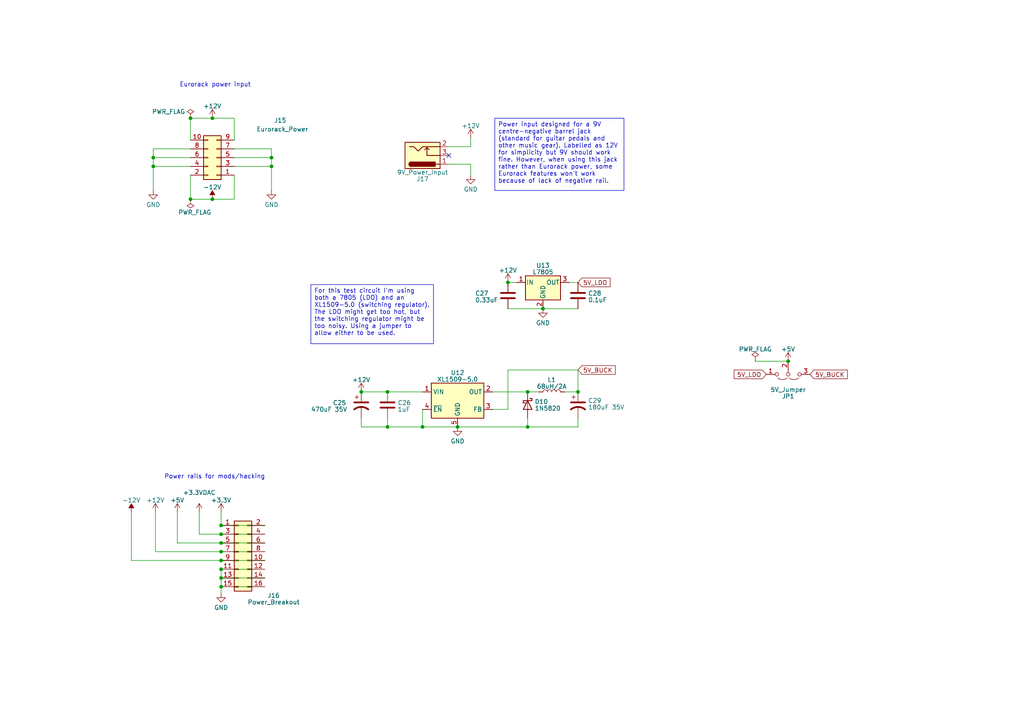
<source format=kicad_sch>
(kicad_sch (version 20230121) (generator eeschema)
  (paper "A4")
  (lib_symbols
    (symbol "Connector:Barrel_Jack_Switch" (pin_names hide)
      (property "Reference" "J" (at 0 5.334 0))
      (property "Value" "Barrel_Jack_Switch" (at 0 -5.08 0))
      (symbol "Barrel_Jack_Switch_0_1"
        (rectangle (start -5.08 3.81) (end 5.08 -3.81) (stroke (width 0.254)) (fill (type background)))
        (arc (start -3.302 3.175) (mid -3.9343 2.54) (end -3.302 1.905) (stroke (width 0.254)))
        (arc (start -3.302 3.175) (mid -3.9343 2.54) (end -3.302 1.905) (stroke (width 0.254)) (fill (type outline)))
        (polyline (pts (xy 1.27 -2.286) (xy 1.905 -1.651)) (stroke (width 0.254)))
        (polyline (pts (xy 5.08 2.54) (xy 3.81 2.54)) (stroke (width 0.254)))
        (polyline (pts (xy 5.08 0) (xy 1.27 0) (xy 1.27 -2.286) (xy 0.635 -1.651)) (stroke (width 0.254)))
        (polyline (pts (xy -3.81 -2.54) (xy -2.54 -2.54) (xy -1.27 -1.27) (xy 0 -2.54) (xy 2.54 -2.54) (xy 5.08 -2.54)) (stroke (width 0.254)))
        (rectangle (start 3.683 3.175) (end -3.302 1.905) (stroke (width 0.254)) (fill (type outline)))
      )
      (symbol "Barrel_Jack_Switch_1_1"
        (pin passive line (at 7.62 2.54 180) (length 2.54) (name "~") (number "1"))
        (pin passive line (at 7.62 -2.54 180) (length 2.54) (name "~") (number "2"))
        (pin passive line (at 7.62 0 180) (length 2.54) (name "~") (number "3"))
      )
    )
    (symbol "Connector_Generic:Conn_02x05_Odd_Even" (pin_names (offset 1.016) hide)
      (property "Reference" "J" (at 1.27 7.62 0))
      (property "Value" "Conn_02x05_Odd_Even" (at 1.27 -7.62 0))
      (symbol "Conn_02x05_Odd_Even_1_1"
        (rectangle (start -1.27 -4.953) (end 0 -5.207) (stroke (width 0.1524)))
        (rectangle (start -1.27 -2.413) (end 0 -2.667) (stroke (width 0.1524)))
        (rectangle (start -1.27 0.127) (end 0 -0.127) (stroke (width 0.1524)))
        (rectangle (start -1.27 2.667) (end 0 2.413) (stroke (width 0.1524)))
        (rectangle (start -1.27 5.207) (end 0 4.953) (stroke (width 0.1524)))
        (rectangle (start -1.27 6.35) (end 3.81 -6.35) (stroke (width 0.254)) (fill (type background)))
        (rectangle (start 3.81 -4.953) (end 2.54 -5.207) (stroke (width 0.1524)))
        (rectangle (start 3.81 -2.413) (end 2.54 -2.667) (stroke (width 0.1524)))
        (rectangle (start 3.81 0.127) (end 2.54 -0.127) (stroke (width 0.1524)))
        (rectangle (start 3.81 2.667) (end 2.54 2.413) (stroke (width 0.1524)))
        (rectangle (start 3.81 5.207) (end 2.54 4.953) (stroke (width 0.1524)))
        (pin passive line (at -5.08 5.08 0) (length 3.81) (name "Pin_1") (number "1"))
        (pin passive line (at 7.62 -5.08 180) (length 3.81) (name "Pin_10") (number "10"))
        (pin passive line (at 7.62 5.08 180) (length 3.81) (name "Pin_2") (number "2"))
        (pin passive line (at -5.08 2.54 0) (length 3.81) (name "Pin_3") (number "3"))
        (pin passive line (at 7.62 2.54 180) (length 3.81) (name "Pin_4") (number "4"))
        (pin passive line (at -5.08 0 0) (length 3.81) (name "Pin_5") (number "5"))
        (pin passive line (at 7.62 0 180) (length 3.81) (name "Pin_6") (number "6"))
        (pin passive line (at -5.08 -2.54 0) (length 3.81) (name "Pin_7") (number "7"))
        (pin passive line (at 7.62 -2.54 180) (length 3.81) (name "Pin_8") (number "8"))
        (pin passive line (at -5.08 -5.08 0) (length 3.81) (name "Pin_9") (number "9"))
      )
    )
    (symbol "Connector_Generic:Conn_02x08_Odd_Even" (pin_names (offset 1.016) hide)
      (property "Reference" "J" (at 1.27 10.16 0))
      (property "Value" "Conn_02x08_Odd_Even" (at 1.27 -12.7 0))
      (symbol "Conn_02x08_Odd_Even_1_1"
        (rectangle (start -1.27 -10.033) (end 0 -10.287) (stroke (width 0.1524)))
        (rectangle (start -1.27 -7.493) (end 0 -7.747) (stroke (width 0.1524)))
        (rectangle (start -1.27 -4.953) (end 0 -5.207) (stroke (width 0.1524)))
        (rectangle (start -1.27 -2.413) (end 0 -2.667) (stroke (width 0.1524)))
        (rectangle (start -1.27 0.127) (end 0 -0.127) (stroke (width 0.1524)))
        (rectangle (start -1.27 2.667) (end 0 2.413) (stroke (width 0.1524)))
        (rectangle (start -1.27 5.207) (end 0 4.953) (stroke (width 0.1524)))
        (rectangle (start -1.27 7.747) (end 0 7.493) (stroke (width 0.1524)))
        (rectangle (start -1.27 8.89) (end 3.81 -11.43) (stroke (width 0.254)) (fill (type background)))
        (rectangle (start 3.81 -10.033) (end 2.54 -10.287) (stroke (width 0.1524)))
        (rectangle (start 3.81 -7.493) (end 2.54 -7.747) (stroke (width 0.1524)))
        (rectangle (start 3.81 -4.953) (end 2.54 -5.207) (stroke (width 0.1524)))
        (rectangle (start 3.81 -2.413) (end 2.54 -2.667) (stroke (width 0.1524)))
        (rectangle (start 3.81 0.127) (end 2.54 -0.127) (stroke (width 0.1524)))
        (rectangle (start 3.81 2.667) (end 2.54 2.413) (stroke (width 0.1524)))
        (rectangle (start 3.81 5.207) (end 2.54 4.953) (stroke (width 0.1524)))
        (rectangle (start 3.81 7.747) (end 2.54 7.493) (stroke (width 0.1524)))
        (pin passive line (at -5.08 7.62 0) (length 3.81) (name "Pin_1") (number "1"))
        (pin passive line (at 7.62 -2.54 180) (length 3.81) (name "Pin_10") (number "10"))
        (pin passive line (at -5.08 -5.08 0) (length 3.81) (name "Pin_11") (number "11"))
        (pin passive line (at 7.62 -5.08 180) (length 3.81) (name "Pin_12") (number "12"))
        (pin passive line (at -5.08 -7.62 0) (length 3.81) (name "Pin_13") (number "13"))
        (pin passive line (at 7.62 -7.62 180) (length 3.81) (name "Pin_14") (number "14"))
        (pin passive line (at -5.08 -10.16 0) (length 3.81) (name "Pin_15") (number "15"))
        (pin passive line (at 7.62 -10.16 180) (length 3.81) (name "Pin_16") (number "16"))
        (pin passive line (at 7.62 7.62 180) (length 3.81) (name "Pin_2") (number "2"))
        (pin passive line (at -5.08 5.08 0) (length 3.81) (name "Pin_3") (number "3"))
        (pin passive line (at 7.62 5.08 180) (length 3.81) (name "Pin_4") (number "4"))
        (pin passive line (at -5.08 2.54 0) (length 3.81) (name "Pin_5") (number "5"))
        (pin passive line (at 7.62 2.54 180) (length 3.81) (name "Pin_6") (number "6"))
        (pin passive line (at -5.08 0 0) (length 3.81) (name "Pin_7") (number "7"))
        (pin passive line (at 7.62 0 180) (length 3.81) (name "Pin_8") (number "8"))
        (pin passive line (at -5.08 -2.54 0) (length 3.81) (name "Pin_9") (number "9"))
      )
    )
    (symbol "Device:C" (pin_numbers hide) (pin_names (offset 0.254))
      (property "Reference" "C" (at 0.635 2.54 0))
      (property "Value" "C" (at 0.635 -2.54 0))
      (symbol "C_0_1"
        (polyline (pts (xy -2.032 -0.762) (xy 2.032 -0.762)) (stroke (width 0.508)))
        (polyline (pts (xy -2.032 0.762) (xy 2.032 0.762)) (stroke (width 0.508)))
      )
      (symbol "C_1_1"
        (pin passive line (at 0 3.81 270) (length 2.794) (name "~") (number "1"))
        (pin passive line (at 0 -3.81 90) (length 2.794) (name "~") (number "2"))
      )
    )
    (symbol "Device:C_Polarized_US" (pin_numbers hide) (pin_names (offset 0.254) hide)
      (property "Reference" "C" (at 0.635 2.54 0))
      (property "Value" "C_Polarized_US" (at 0.635 -2.54 0))
      (symbol "C_Polarized_US_0_1"
        (polyline (pts (xy -2.032 0.762) (xy 2.032 0.762)) (stroke (width 0.508)))
        (polyline (pts (xy -1.778 2.286) (xy -0.762 2.286)))
        (polyline (pts (xy -1.27 1.778) (xy -1.27 2.794)))
        (arc (start 2.032 -1.27) (mid 0 -0.5572) (end -2.032 -1.27) (stroke (width 0.508)))
      )
      (symbol "C_Polarized_US_1_1"
        (pin passive line (at 0 3.81 270) (length 2.794) (name "~") (number "1"))
        (pin passive line (at 0 -3.81 90) (length 3.302) (name "~") (number "2"))
      )
    )
    (symbol "Device:L" (pin_numbers hide) (pin_names (offset 1.016) hide)
      (property "Reference" "L" (at -1.27 0 90))
      (property "Value" "L" (at 1.905 0 90))
      (symbol "L_0_1"
        (arc (start 0 -2.54) (mid 0.6323 -1.905) (end 0 -1.27))
        (arc (start 0 -1.27) (mid 0.6323 -0.635) (end 0 0))
        (arc (start 0 0) (mid 0.6323 0.635) (end 0 1.27))
        (arc (start 0 1.27) (mid 0.6323 1.905) (end 0 2.54))
      )
      (symbol "L_1_1"
        (pin passive line (at 0 3.81 270) (length 1.27) (name "1") (number "1"))
        (pin passive line (at 0 -3.81 90) (length 1.27) (name "2") (number "2"))
      )
    )
    (symbol "Diode:1N5820" (pin_numbers hide) (pin_names (offset 1.016) hide)
      (property "Reference" "D" (at 0 2.54 0))
      (property "Value" "1N5820" (at 0 -2.54 0))
      (symbol "1N5820_0_1"
        (polyline (pts (xy 1.27 0) (xy -1.27 0)))
        (polyline (pts (xy 1.27 1.27) (xy 1.27 -1.27) (xy -1.27 0) (xy 1.27 1.27)) (stroke (width 0.254)))
        (polyline (pts (xy -1.905 0.635) (xy -1.905 1.27) (xy -1.27 1.27) (xy -1.27 -1.27) (xy -0.635 -1.27) (xy -0.635 -0.635)) (stroke (width 0.254)))
      )
      (symbol "1N5820_1_1"
        (pin passive line (at -3.81 0 0) (length 2.54) (name "K") (number "1"))
        (pin passive line (at 3.81 0 180) (length 2.54) (name "A") (number "2"))
      )
    )
    (symbol "Jumper:Jumper_3_Open" (pin_names (offset 0) hide)
      (property "Reference" "JP" (at -2.54 -2.54 0))
      (property "Value" "Jumper_3_Open" (at 0 2.794 0))
      (symbol "Jumper_3_Open_0_0"
        (circle (center -3.302 0) (radius 0.508))
        (circle (center 0 0) (radius 0.508))
        (circle (center 3.302 0) (radius 0.508))
      )
      (symbol "Jumper_3_Open_0_1"
        (arc (start -0.254 1.016) (mid -1.651 1.4992) (end -3.048 1.016))
        (polyline (pts (xy 0 -0.508) (xy 0 -1.27)))
        (arc (start 3.048 1.016) (mid 1.651 1.4992) (end 0.254 1.016))
      )
      (symbol "Jumper_3_Open_1_1"
        (pin passive line (at -6.35 0 0) (length 2.54) (name "A") (number "1"))
        (pin passive line (at 0 -3.81 90) (length 2.54) (name "C") (number "2"))
        (pin passive line (at 6.35 0 180) (length 2.54) (name "B") (number "3"))
      )
    )
    (symbol "Regulator_Linear:L7805" (pin_names (offset 0.254))
      (property "Reference" "U" (at -3.81 3.175 0))
      (property "Value" "L7805" (at 0 3.175 0))
      (symbol "L7805_0_1"
        (rectangle (start -5.08 1.905) (end 5.08 -5.08) (stroke (width 0.254)) (fill (type background)))
      )
      (symbol "L7805_1_1"
        (pin power_in line (at -7.62 0 0) (length 2.54) (name "IN") (number "1"))
        (pin power_in line (at 0 -7.62 90) (length 2.54) (name "GND") (number "2"))
        (pin power_out line (at 7.62 0 180) (length 2.54) (name "OUT") (number "3"))
      )
    )
    (symbol "Regulator_Switching:XL1509-5.0"
      (property "Reference" "U" (at -7.112 6.096 0))
      (property "Value" "XL1509-5.0" (at 5.842 6.096 0))
      (symbol "XL1509-5.0_0_1"
        (rectangle (start -7.62 5.08) (end 7.62 -5.08) (stroke (width 0.254)) (fill (type background)))
      )
      (symbol "XL1509-5.0_1_1"
        (pin power_in line (at -10.16 2.54 0) (length 2.54) (name "VIN") (number "1"))
        (pin power_out line (at 10.16 2.54 180) (length 2.54) (name "OUT") (number "2"))
        (pin input line (at 10.16 -2.54 180) (length 2.54) (name "FB") (number "3"))
        (pin input line (at -10.16 -2.54 0) (length 2.54) (name "~{EN}") (number "4"))
        (pin power_in line (at 0 -7.62 90) (length 2.54) (name "GND") (number "5"))
        (pin passive line (at 0 -7.62 90) (length 2.54) hide (name "GND") (number "6"))
        (pin passive line (at 0 -7.62 90) (length 2.54) hide (name "GND") (number "7"))
        (pin passive line (at 0 -7.62 90) (length 2.54) hide (name "GND") (number "8"))
      )
    )
    (symbol "power:+12V" (power) (pin_names (offset 0))
      (property "Value" "+12V" (at 0 3.556 0))
      (symbol "+12V_0_1"
        (polyline (pts (xy -0.762 1.27) (xy 0 2.54)))
        (polyline (pts (xy 0 0) (xy 0 2.54)))
        (polyline (pts (xy 0 2.54) (xy 0.762 1.27)))
      )
      (symbol "+12V_1_1"
        (pin power_in line (at 0 0 90) (length 0) hide (name "+12V") (number "1"))
      )
    )
    (symbol "power:+3.3V" (power) (pin_names (offset 0))
      (property "Value" "+3.3V" (at 0 3.556 0))
      (symbol "+3.3V_0_1"
        (polyline (pts (xy -0.762 1.27) (xy 0 2.54)))
        (polyline (pts (xy 0 0) (xy 0 2.54)))
        (polyline (pts (xy 0 2.54) (xy 0.762 1.27)))
      )
      (symbol "+3.3V_1_1"
        (pin power_in line (at 0 0 90) (length 0) hide (name "+3.3V") (number "1"))
      )
    )
    (symbol "power:+3.3VDAC" (power) (pin_names (offset 0))
      (property "Value" "+3.3VDAC" (at 0 2.54 0))
      (symbol "+3.3VDAC_0_0"
        (pin power_in line (at 0 0 90) (length 0) hide (name "+3.3VDAC") (number "1"))
      )
      (symbol "+3.3VDAC_0_1"
        (polyline (pts (xy -0.762 1.27) (xy 0 2.54)))
        (polyline (pts (xy 0 0) (xy 0 2.54)))
        (polyline (pts (xy 0 2.54) (xy 0.762 1.27)))
      )
    )
    (symbol "power:+5V" (power) (pin_names (offset 0))
      (property "Value" "+5V" (at 0 3.556 0))
      (symbol "+5V_0_1"
        (polyline (pts (xy -0.762 1.27) (xy 0 2.54)))
        (polyline (pts (xy 0 0) (xy 0 2.54)))
        (polyline (pts (xy 0 2.54) (xy 0.762 1.27)))
      )
      (symbol "+5V_1_1"
        (pin power_in line (at 0 0 90) (length 0) hide (name "+5V") (number "1"))
      )
    )
    (symbol "power:-12V" (power) (pin_names (offset 0))
      (property "Value" "-12V" (at 0 3.81 0))
      (symbol "-12V_0_0"
        (pin power_in line (at 0 0 90) (length 0) hide (name "-12V") (number "1"))
      )
      (symbol "-12V_0_1"
        (polyline (pts (xy 0 0) (xy 0 1.27) (xy 0.762 1.27) (xy 0 2.54) (xy -0.762 1.27) (xy 0 1.27)) (fill (type outline)))
      )
    )
    (symbol "power:GND" (power) (pin_names (offset 0))
      (property "Value" "GND" (at 0 -3.81 0))
      (symbol "GND_0_1"
        (polyline (pts (xy 0 0) (xy 0 -1.27) (xy 1.27 -1.27) (xy 0 -2.54) (xy -1.27 -1.27) (xy 0 -1.27)))
      )
      (symbol "GND_1_1"
        (pin power_in line (at 0 0 270) (length 0) hide (name "GND") (number "1"))
      )
    )
    (symbol "power:PWR_FLAG" (power) (pin_numbers hide) (pin_names (offset 0) hide)
      (property "Value" "PWR_FLAG" (at 0 3.81 0))
      (symbol "PWR_FLAG_0_0"
        (pin power_out line (at 0 0 90) (length 0) (name "pwr") (number "1"))
      )
      (symbol "PWR_FLAG_0_1"
        (polyline (pts (xy 0 0) (xy 0 1.27) (xy -1.016 1.905) (xy 0 2.54) (xy 1.016 1.905) (xy 0 1.27)))
      )
    )
  )
  (junction (at 64.135 154.94))
  (junction (at 153.035 113.665))
  (junction (at 228.6 104.775))
  (junction (at 64.135 170.18))
  (junction (at 44.45 45.72))
  (junction (at 122.555 123.825))
  (junction (at 64.135 165.1))
  (junction (at 55.245 57.785))
  (junction (at 78.74 45.72))
  (junction (at 153.035 123.825))
  (junction (at 61.595 57.785))
  (junction (at 64.135 162.56))
  (junction (at 104.775 113.665))
  (junction (at 147.32 81.915))
  (junction (at 78.74 48.26))
  (junction (at 157.48 89.535))
  (junction (at 64.135 167.64))
  (junction (at 64.135 152.4))
  (junction (at 61.595 34.29))
  (junction (at 112.395 113.665))
  (junction (at 64.135 160.02))
  (junction (at 132.715 123.825))
  (junction (at 44.45 48.26))
  (junction (at 64.135 157.48))
  (junction (at 112.395 123.825))
  (junction (at 167.64 113.665))
  (junction (at 55.245 34.29))
  (no_connect (at 130.175 45.085))
  (wire (pts (xy 165.1 81.915) (xy 167.64 81.915)))
  (wire (pts (xy 112.395 113.665) (xy 122.555 113.665)))
  (wire (pts (xy 38.1 162.56) (xy 38.1 148.59)))
  (wire (pts (xy 112.395 123.825) (xy 122.555 123.825)))
  (wire (pts (xy 64.135 154.94) (xy 57.785 154.94)))
  (wire (pts (xy 147.32 107.315) (xy 147.32 118.745)))
  (wire (pts (xy 64.135 167.64) (xy 76.835 167.64)))
  (wire (pts (xy 157.48 89.535) (xy 167.64 89.535)))
  (wire (pts (xy 76.835 157.48) (xy 64.135 157.48)))
  (wire (pts (xy 64.135 162.56) (xy 38.1 162.56)))
  (wire (pts (xy 55.245 50.8) (xy 55.245 57.785)))
  (wire (pts (xy 67.945 57.785) (xy 67.945 50.8)))
  (wire (pts (xy 153.035 113.665) (xy 156.21 113.665)))
  (wire (pts (xy 67.945 45.72) (xy 78.74 45.72)))
  (wire (pts (xy 44.45 43.18) (xy 44.45 45.72)))
  (wire (pts (xy 44.45 48.26) (xy 44.45 55.245)))
  (wire (pts (xy 167.64 113.665) (xy 167.64 107.315)))
  (wire (pts (xy 112.395 121.285) (xy 112.395 123.825)))
  (wire (pts (xy 61.595 57.785) (xy 67.945 57.785)))
  (wire (pts (xy 61.595 34.29) (xy 67.945 34.29)))
  (wire (pts (xy 64.135 165.1) (xy 76.835 165.1)))
  (wire (pts (xy 167.64 107.315) (xy 147.32 107.315)))
  (wire (pts (xy 55.245 43.18) (xy 44.45 43.18)))
  (wire (pts (xy 78.74 45.72) (xy 78.74 48.26)))
  (wire (pts (xy 130.175 42.545) (xy 136.525 42.545)))
  (wire (pts (xy 64.135 170.18) (xy 64.135 172.085)))
  (wire (pts (xy 104.775 121.285) (xy 104.775 123.825)))
  (wire (pts (xy 219.075 104.775) (xy 228.6 104.775)))
  (wire (pts (xy 64.135 165.1) (xy 64.135 167.64)))
  (wire (pts (xy 55.245 40.64) (xy 55.245 34.29)))
  (wire (pts (xy 136.525 47.625) (xy 136.525 50.8)))
  (wire (pts (xy 163.83 113.665) (xy 167.64 113.665)))
  (wire (pts (xy 136.525 42.545) (xy 136.525 40.005)))
  (wire (pts (xy 78.74 48.26) (xy 78.74 55.245)))
  (wire (pts (xy 122.555 123.825) (xy 132.715 123.825)))
  (wire (pts (xy 64.135 160.02) (xy 45.085 160.02)))
  (wire (pts (xy 57.785 154.94) (xy 57.785 148.59)))
  (wire (pts (xy 147.32 81.915) (xy 149.86 81.915)))
  (wire (pts (xy 78.74 43.18) (xy 78.74 45.72)))
  (wire (pts (xy 104.775 113.665) (xy 112.395 113.665)))
  (wire (pts (xy 64.135 152.4) (xy 64.135 148.59)))
  (wire (pts (xy 122.555 118.745) (xy 122.555 123.825)))
  (wire (pts (xy 76.835 154.94) (xy 64.135 154.94)))
  (wire (pts (xy 44.45 45.72) (xy 44.45 48.26)))
  (wire (pts (xy 153.035 123.825) (xy 167.64 123.825)))
  (wire (pts (xy 130.175 47.625) (xy 136.525 47.625)))
  (wire (pts (xy 67.945 48.26) (xy 78.74 48.26)))
  (wire (pts (xy 76.835 160.02) (xy 64.135 160.02)))
  (wire (pts (xy 55.245 45.72) (xy 44.45 45.72)))
  (wire (pts (xy 147.32 89.535) (xy 157.48 89.535)))
  (wire (pts (xy 55.245 57.785) (xy 61.595 57.785)))
  (wire (pts (xy 153.035 123.825) (xy 153.035 121.285)))
  (wire (pts (xy 76.835 162.56) (xy 64.135 162.56)))
  (wire (pts (xy 64.135 170.18) (xy 76.835 170.18)))
  (wire (pts (xy 147.32 118.745) (xy 142.875 118.745)))
  (wire (pts (xy 67.945 43.18) (xy 78.74 43.18)))
  (wire (pts (xy 45.085 160.02) (xy 45.085 148.59)))
  (wire (pts (xy 55.245 48.26) (xy 44.45 48.26)))
  (wire (pts (xy 64.135 167.64) (xy 64.135 170.18)))
  (wire (pts (xy 104.775 123.825) (xy 112.395 123.825)))
  (wire (pts (xy 51.435 157.48) (xy 51.435 148.59)))
  (wire (pts (xy 132.715 123.825) (xy 153.035 123.825)))
  (wire (pts (xy 167.64 123.825) (xy 167.64 121.285)))
  (wire (pts (xy 67.945 34.29) (xy 67.945 40.64)))
  (wire (pts (xy 64.135 157.48) (xy 51.435 157.48)))
  (wire (pts (xy 76.835 152.4) (xy 64.135 152.4)))
  (wire (pts (xy 142.875 113.665) (xy 153.035 113.665)))
  (wire (pts (xy 55.245 34.29) (xy 61.595 34.29)))
  (text_box "For this test circuit I'm using both a 7805 (LDO) and an XL1509-5.0 (switching regulator). The LDO might get too hot, but the switching regulator might be too noisy. Using a jumper to allow either to be used." (at 90.17 82.55 0) (size 35.56 17.145) (effects (font (size 1.27 1.27)) (justify left top)))
  (text_box "Power input designed for a 9V centre-negative barrel jack (standard for guitar pedals and other music gear). Labelled as 12V for simplicity but 9V should work fine. However, when using this jack rather than Eurorack power, some Eurorack features won't work because of lack of negative rail." (at 143.51 34.29 0) (size 37.465 20.955) (effects (font (size 1.27 1.27)) (justify left top)))
  (text "Eurorack power input" (at 52.07 25.4 0) (effects (font (size 1.27 1.27)) (justify left bottom)))
  (text "Power rails for mods/hacking" (at 47.625 139.065 0) (effects (font (size 1.27 1.27)) (justify left bottom)))
  (global_label "5V_LDO" (shape input) (at 222.25 108.585 180) (property "Intersheetrefs" "${INTERSHEET_REFS}" (effects hide)))
  (global_label "5V_BUCK" (shape input) (at 167.64 107.315 0) (property "Intersheetrefs" "${INTERSHEET_REFS}" (effects hide)))
  (global_label "5V_LDO" (shape input) (at 167.64 81.915 0) (property "Intersheetrefs" "${INTERSHEET_REFS}" (effects hide)))
  (global_label "5V_BUCK" (shape input) (at 234.95 108.585 0) (property "Intersheetrefs" "${INTERSHEET_REFS}" (effects hide)))
  (symbol (lib_id "power:PWR_FLAG") (at 219.075 104.775 0) (unit 1)
    (property "Reference" "#FLG05" (effects hide))
    (property "Value" "PWR_FLAG" (at 219.075 101.2731 0))
  )
  (symbol (lib_id "Device:C_Polarized_US") (at 104.775 117.475 0) (unit 1)
    (property "Reference" "C25" (at 96.52 116.84 0) (effects (justify left)))
    (property "Value" "470uF 35V" (at 90.17 118.745 0) (effects (justify left)))
    (property "Footprint" "Capacitor_THT:CP_Radial_D10.0mm_P5.00mm" (effects hide))
  )
  (symbol (lib_id "power:+12V") (at 147.32 81.915 0) (unit 1)
    (property "Reference" "#PWR069" (effects hide))
    (property "Value" "+12V" (at 147.32 78.4131 0))
  )
  (symbol (lib_id "Device:C") (at 112.395 117.475 0) (unit 1)
    (property "Reference" "C26" (at 115.316 116.8313 0) (effects (justify left)))
    (property "Value" "1uF" (at 115.316 118.7523 0) (effects (justify left)))
    (property "Footprint" "Capacitor_SMD:C_0603_1608Metric" (effects hide))
  )
  (symbol (lib_id "Device:C") (at 167.64 85.725 0) (unit 1)
    (property "Reference" "C28" (at 170.561 85.0813 0) (effects (justify left)))
    (property "Value" "0.1uF" (at 170.561 87.0023 0) (effects (justify left)))
    (property "Footprint" "Capacitor_SMD:C_0603_1608Metric" (effects hide))
  )
  (symbol (lib_id "power:GND") (at 44.45 55.245 0) (mirror y) (unit 1)
    (property "Reference" "#PWR056" (effects hide))
    (property "Value" "GND" (at 44.45 59.3805 0))
  )
  (symbol (lib_id "power:GND") (at 64.135 172.085 0) (unit 1)
    (property "Reference" "#PWR063" (effects hide))
    (property "Value" "GND" (at 64.135 176.2205 0))
  )
  (symbol (lib_id "Connector_Generic:Conn_02x08_Odd_Even") (at 69.215 160.02 0) (unit 1)
    (property "Reference" "J16" (at 79.375 172.72 0))
    (property "Value" "Power_Breakout" (at 79.375 174.641 0))
    (property "Footprint" "Connector_PinHeader_2.54mm:PinHeader_2x08_P2.54mm_Vertical" (effects hide))
  )
  (symbol (lib_id "power:+5V") (at 228.6 104.775 0) (unit 1)
    (property "Reference" "#PWR071" (effects hide))
    (property "Value" "+5V" (at 228.6 101.2731 0))
  )
  (symbol (lib_id "Connector_Generic:Conn_02x05_Odd_Even") (at 62.865 45.72 180) (unit 1)
    (property "Reference" "J15" (at 81.28 34.925 0))
    (property "Value" "Eurorack_Power" (at 81.915 37.465 0))
    (property "Footprint" "Connector_PinHeader_2.54mm:PinHeader_2x05_P2.54mm_Vertical" (effects hide))
  )
  (symbol (lib_id "power:GND") (at 78.74 55.245 0) (unit 1)
    (property "Reference" "#PWR064" (effects hide))
    (property "Value" "GND" (at 78.74 59.3805 0))
  )
  (symbol (lib_id "Device:L") (at 160.02 113.665 90) (unit 1)
    (property "Reference" "L1" (at 160.02 110.1497 90))
    (property "Value" "68uH/2A" (at 160.02 112.0707 90))
    (property "Footprint" "Inductor_THT:L_Radial_D8.7mm_P5.00mm_Fastron_07HCP" (effects hide))
  )
  (symbol (lib_id "Connector:Barrel_Jack_Switch") (at 122.555 45.085 0) (mirror x) (unit 1)
    (property "Reference" "J17" (at 122.555 51.9049 0))
    (property "Value" "9V_Power_Input" (at 122.555 49.9839 0))
    (property "Footprint" "Connector_BarrelJack:BarrelJack_Horizontal" (effects hide))
  )
  (symbol (lib_id "power:PWR_FLAG") (at 55.245 57.785 0) (mirror x) (unit 1)
    (property "Reference" "#FLG04" (effects hide))
    (property "Value" "PWR_FLAG" (at 56.515 61.595 0))
  )
  (symbol (lib_id "power:PWR_FLAG") (at 55.245 34.29 0) (unit 1)
    (property "Reference" "#FLG03" (effects hide))
    (property "Value" "PWR_FLAG" (at 48.895 32.385 0))
  )
  (symbol (lib_id "power:+3.3V") (at 64.135 148.59 0) (unit 1)
    (property "Reference" "#PWR07" (effects hide))
    (property "Value" "+3.3V" (at 64.135 145.0881 0))
    (instances (project "dk2_00" (path "" (reference "#PWR07") (unit 1)) (path "" (reference "#PWR062") (unit 1))))
  )
  (symbol (lib_id "power:+12V") (at 104.775 113.665 0) (unit 1)
    (property "Reference" "#PWR065" (effects hide))
    (property "Value" "+12V" (at 104.775 110.1631 0))
  )
  (symbol (lib_id "power:+12V") (at 61.595 34.29 0) (unit 1)
    (property "Reference" "#PWR060" (effects hide))
    (property "Value" "+12V" (at 61.595 30.7881 0))
  )
  (symbol (lib_id "power:+12V") (at 45.085 148.59 0) (unit 1)
    (property "Reference" "#PWR057" (effects hide))
    (property "Value" "+12V" (at 45.085 145.0881 0))
  )
  (symbol (lib_id "Jumper:Jumper_3_Open") (at 228.6 108.585 0) (mirror x) (unit 1)
    (property "Reference" "JP1" (at 228.6 114.951 0))
    (property "Value" "5V_Jumper" (at 228.6 113.03 0))
    (property "Footprint" "Connector_PinHeader_2.54mm:PinHeader_1x03_P2.54mm_Vertical" (effects hide))
  )
  (symbol (lib_id "Device:C") (at 147.32 85.725 0) (unit 1)
    (property "Reference" "C27" (at 137.795 85.09 0) (effects (justify left)))
    (property "Value" "0.33uF" (at 137.795 87.011 0) (effects (justify left)))
    (property "Footprint" "Capacitor_SMD:C_0603_1608Metric" (effects hide))
  )
  (symbol (lib_id "Regulator_Linear:L7805") (at 157.48 81.915 0) (unit 1)
    (property "Reference" "U13" (at 157.48 77.0001 0))
    (property "Value" "L7805" (at 157.48 78.9211 0))
    (property "Footprint" "Package_TO_SOT_SMD:TO-252-2" (effects hide))
    (property "Datasheet" "http://www.st.com/content/ccc/resource/technical/document/datasheet/41/4f/b3/b0/12/d4/47/88/CD00000444.pdf/files/CD00000444.pdf/jcr:content/translations/en.CD00000444.pdf" (effects hide))
  )
  (symbol (lib_id "power:+12V") (at 136.525 40.005 0) (unit 1)
    (property "Reference" "#PWR067" (effects hide))
    (property "Value" "+12V" (at 136.525 36.5031 0))
  )
  (symbol (lib_id "Device:C_Polarized_US") (at 167.64 117.475 0) (unit 1)
    (property "Reference" "C29" (at 170.561 116.1963 0) (effects (justify left)))
    (property "Value" "180uF 35V" (at 170.561 118.1173 0) (effects (justify left)))
    (property "Footprint" "Capacitor_THT:CP_Radial_D10.0mm_P5.00mm" (effects hide))
  )
  (symbol (lib_id "power:-12V") (at 38.1 148.59 0) (unit 1)
    (property "Reference" "#PWR055" (effects hide))
    (property "Value" "-12V" (at 38.1 145.0881 0))
  )
  (symbol (lib_id "power:+5V") (at 51.435 148.59 0) (unit 1)
    (property "Reference" "#PWR058" (effects hide))
    (property "Value" "+5V" (at 51.435 145.0881 0))
  )
  (symbol (lib_id "power:GND") (at 132.715 123.825 0) (unit 1)
    (property "Reference" "#PWR066" (effects hide))
    (property "Value" "GND" (at 132.715 127.9605 0))
  )
  (symbol (lib_id "Regulator_Switching:XL1509-5.0") (at 132.715 116.205 0) (unit 1)
    (property "Reference" "U12" (at 132.715 108.1151 0))
    (property "Value" "XL1509-5.0" (at 132.715 110.0361 0))
    (property "Footprint" "Package_SO:SOIC-8_3.9x4.9mm_P1.27mm" (effects hide))
    (property "Datasheet" "https://datasheet.lcsc.com/lcsc/1809050422_XLSEMI-XL1509-5-0E1_C61063.pdf" (effects hide))
  )
  (symbol (lib_id "Diode:1N5820") (at 153.035 117.475 270) (unit 1)
    (property "Reference" "D10" (at 155.067 116.5138 90) (effects (justify left)))
    (property "Value" "1N5820" (at 155.067 118.4348 90) (effects (justify left)))
    (property "Footprint" "Diode_THT:D_DO-201AD_P15.24mm_Horizontal" (effects hide))
    (property "Datasheet" "http://www.vishay.com/docs/88526/1n5820.pdf" (effects hide))
  )
  (symbol (lib_id "power:-12V") (at 61.595 57.785 0) (unit 1)
    (property "Reference" "#PWR061" (effects hide))
    (property "Value" "-12V" (at 61.595 54.2831 0))
  )
  (symbol (lib_id "power:GND") (at 136.525 50.8 0) (unit 1)
    (property "Reference" "#PWR068" (effects hide))
    (property "Value" "GND" (at 136.525 54.9355 0))
  )
  (symbol (lib_id "power:+3.3VDAC") (at 57.785 148.59 0) (unit 1)
    (property "Reference" "#PWR027" (effects hide))
    (property "Value" "+3.3VDAC" (at 57.785 142.875 0))
    (instances (project "dk2_00" (path "" (reference "#PWR027") (unit 1)) (path "" (reference "#PWR059") (unit 1))))
  )
  (symbol (lib_id "power:GND") (at 157.48 89.535 0) (unit 1)
    (property "Reference" "#PWR070" (effects hide))
    (property "Value" "GND" (at 157.48 93.6705 0))
  )
)
</source>
